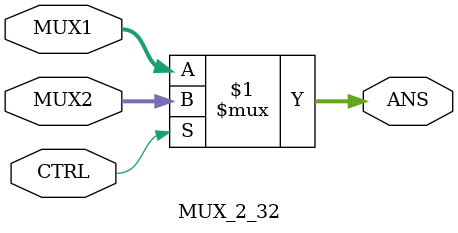
<source format=v>
`timescale 1ns / 1ps
module MUX_2_32(
    input [31:0] MUX1,
    input [31:0] MUX2,
    input  CTRL,
    output [31:0] ANS
    );

		assign ANS = CTRL ? MUX2:MUX1;
	
endmodule

</source>
